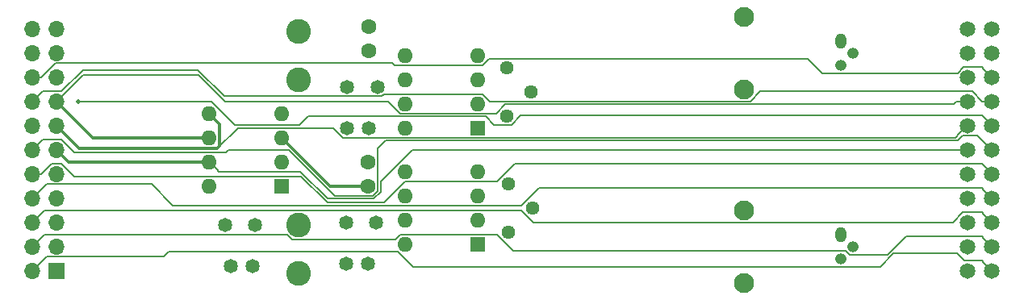
<source format=gbr>
G04 #@! TF.GenerationSoftware,KiCad,Pcbnew,(5.1.2)-1*
G04 #@! TF.CreationDate,2019-11-05T15:06:19-06:00*
G04 #@! TF.ProjectId,optical_digitizer,6f707469-6361-46c5-9f64-69676974697a,rev?*
G04 #@! TF.SameCoordinates,Original*
G04 #@! TF.FileFunction,Copper,L4,Bot*
G04 #@! TF.FilePolarity,Positive*
%FSLAX46Y46*%
G04 Gerber Fmt 4.6, Leading zero omitted, Abs format (unit mm)*
G04 Created by KiCad (PCBNEW (5.1.2)-1) date 2019-11-05 15:06:19*
%MOMM*%
%LPD*%
G04 APERTURE LIST*
%ADD10C,1.485000*%
%ADD11C,1.600000*%
%ADD12O,1.200000X1.200000*%
%ADD13O,1.200000X1.600000*%
%ADD14C,2.100000*%
%ADD15O,1.700000X1.700000*%
%ADD16R,1.700000X1.700000*%
%ADD17C,1.440000*%
%ADD18C,2.600000*%
%ADD19O,1.600000X1.600000*%
%ADD20R,1.600000X1.600000*%
%ADD21C,1.640000*%
%ADD22C,0.508000*%
%ADD23C,0.304800*%
%ADD24C,0.152400*%
G04 APERTURE END LIST*
D10*
X115570000Y-133604000D03*
X113284000Y-133604000D03*
X113284000Y-129286000D03*
X116459000Y-129286000D03*
X113157000Y-147828000D03*
X115443000Y-147828000D03*
X116332000Y-143546001D03*
X113157000Y-143546001D03*
D11*
X115570000Y-125476000D03*
X115570000Y-122976000D03*
X115443000Y-137200000D03*
X115443000Y-139700000D03*
D10*
X103378000Y-148082000D03*
X101092000Y-148082000D03*
X103632000Y-143764000D03*
X100457000Y-143764000D03*
D12*
X165100000Y-127000000D03*
X166370000Y-125730000D03*
D13*
X165100000Y-124460000D03*
D14*
X154940000Y-121920000D03*
X154940000Y-129540000D03*
X154940000Y-149860000D03*
X154940000Y-142240000D03*
D13*
X165100000Y-144780000D03*
D12*
X166370000Y-146050000D03*
X165100000Y-147320000D03*
D15*
X80264000Y-123190000D03*
X82804000Y-123190000D03*
X80264000Y-125730000D03*
X82804000Y-125730000D03*
X80264000Y-128270000D03*
X82804000Y-128270000D03*
X80264000Y-130810000D03*
X82804000Y-130810000D03*
X80264000Y-133350000D03*
X82804000Y-133350000D03*
X80264000Y-135890000D03*
X82804000Y-135890000D03*
X80264000Y-138430000D03*
X82804000Y-138430000D03*
X80264000Y-140970000D03*
X82804000Y-140970000D03*
X80264000Y-143510000D03*
X82804000Y-143510000D03*
X80264000Y-146050000D03*
X82804000Y-146050000D03*
X80264000Y-148590000D03*
D16*
X82804000Y-148590000D03*
D17*
X130048000Y-127254000D03*
X132588000Y-129794000D03*
X130048000Y-132334000D03*
X130175000Y-144526000D03*
X132715000Y-141986000D03*
X130175000Y-139446000D03*
D18*
X108204000Y-123444000D03*
X108204000Y-148844000D03*
X108204000Y-143764000D03*
X108204000Y-128524000D03*
D19*
X119380000Y-133604000D03*
X127000000Y-125984000D03*
X119380000Y-131064000D03*
X127000000Y-128524000D03*
X119380000Y-128524000D03*
X127000000Y-131064000D03*
X119380000Y-125984000D03*
D20*
X127000000Y-133604000D03*
X127000000Y-145796000D03*
D19*
X119380000Y-138176000D03*
X127000000Y-143256000D03*
X119380000Y-140716000D03*
X127000000Y-140716000D03*
X119380000Y-143256000D03*
X127000000Y-138176000D03*
X119380000Y-145796000D03*
X98806000Y-139700000D03*
X106426000Y-132080000D03*
X98806000Y-137160000D03*
X106426000Y-134620000D03*
X98806000Y-134620000D03*
X106426000Y-137160000D03*
X98806000Y-132080000D03*
D20*
X106426000Y-139700000D03*
D21*
X180912000Y-123190000D03*
X178372000Y-123190000D03*
X180912000Y-125730000D03*
X178372000Y-125730000D03*
X180912000Y-128270000D03*
X178372000Y-128270000D03*
X180912000Y-130810000D03*
X178372000Y-130810000D03*
X180912000Y-133350000D03*
X178372000Y-133350000D03*
X180912000Y-135890000D03*
X178372000Y-135890000D03*
X180912000Y-138430000D03*
X178372000Y-138430000D03*
X180912000Y-140970000D03*
X178372000Y-140970000D03*
X180912000Y-143510000D03*
X178372000Y-143510000D03*
X180912000Y-146050000D03*
X178372000Y-146050000D03*
X180912000Y-148590000D03*
X178372000Y-148590000D03*
D22*
X85090000Y-130810000D03*
D23*
X111506000Y-139700000D02*
X106426000Y-134620000D01*
X115443000Y-139700000D02*
X111506000Y-139700000D01*
D24*
X180092001Y-127450001D02*
X180912000Y-128270000D01*
X179863399Y-127221399D02*
X180092001Y-127450001D01*
X177323399Y-127828601D02*
X177930601Y-127221399D01*
X164702271Y-127828601D02*
X177323399Y-127828601D01*
X127493729Y-127012601D02*
X128200931Y-126305399D01*
X118224527Y-127012601D02*
X127493729Y-127012601D01*
X118020527Y-126808601D02*
X118224527Y-127012601D01*
X177930601Y-127221399D02*
X179863399Y-127221399D01*
X82669069Y-126808601D02*
X118020527Y-126808601D01*
X81207670Y-128270000D02*
X82669069Y-126808601D01*
X80264000Y-128270000D02*
X81207670Y-128270000D01*
X161476601Y-126305399D02*
X161611399Y-126305399D01*
X128200931Y-126305399D02*
X161476601Y-126305399D01*
X163134601Y-127828601D02*
X164702271Y-127828601D01*
X161611399Y-126305399D02*
X163134601Y-127828601D01*
X164702271Y-127828601D02*
X164846000Y-127828601D01*
X179923930Y-130810000D02*
X180912000Y-130810000D01*
X155553729Y-130818601D02*
X156610931Y-129761399D01*
X128276931Y-130818601D02*
X155553729Y-130818601D01*
X156610931Y-129761399D02*
X178875329Y-129761399D01*
X117146831Y-130035399D02*
X127493729Y-130035399D01*
X116925129Y-130257101D02*
X117146831Y-130035399D01*
X80264000Y-130810000D02*
X81342601Y-129731399D01*
X81342601Y-129731399D02*
X83321729Y-129731399D01*
X127493729Y-130035399D02*
X128276931Y-130818601D01*
X83321729Y-129731399D02*
X85545128Y-127508000D01*
X178875329Y-129761399D02*
X179923930Y-130810000D01*
X85545128Y-127508000D02*
X97625798Y-127508000D01*
X97625798Y-127508000D02*
X100374899Y-130257101D01*
X100374899Y-130257101D02*
X116925129Y-130257101D01*
X177212345Y-130810000D02*
X178372000Y-130810000D01*
X176898934Y-131123411D02*
X177212345Y-130810000D01*
X129854659Y-131123411D02*
X176898934Y-131123411D01*
X82804000Y-130810000D02*
X85598000Y-128016000D01*
X128885469Y-132092601D02*
X129854659Y-131123411D01*
X85598000Y-128016000D02*
X97702732Y-128016000D01*
X100496732Y-130810000D02*
X117603670Y-130810000D01*
X97702732Y-128016000D02*
X100496732Y-130810000D01*
X117603670Y-130810000D02*
X118886271Y-132092601D01*
X118886271Y-132092601D02*
X128885469Y-132092601D01*
D23*
X98806000Y-134620000D02*
X86614000Y-134620000D01*
X86614000Y-134620000D02*
X82804000Y-130810000D01*
D24*
X127804893Y-132397411D02*
X109791411Y-132397411D01*
X128690083Y-133282601D02*
X127804893Y-132397411D01*
X130503329Y-133282601D02*
X128690083Y-133282601D01*
X131484531Y-132301399D02*
X130503329Y-133282601D01*
X180912000Y-133350000D02*
X179863399Y-132301399D01*
X179863399Y-132301399D02*
X131484531Y-132301399D01*
X101534919Y-133286589D02*
X99058330Y-130810000D01*
X108267411Y-133286589D02*
X101534919Y-133286589D01*
X109791411Y-132397411D02*
X109156589Y-132397411D01*
X109156589Y-132397411D02*
X108267411Y-133286589D01*
X99058330Y-130810000D02*
X85090000Y-130810000D01*
D23*
X83653999Y-134199999D02*
X82804000Y-133350000D01*
X85178801Y-135724801D02*
X83653999Y-134199999D01*
X99666703Y-135724801D02*
X85178801Y-135724801D01*
X99910801Y-135480703D02*
X99666703Y-135724801D01*
X99910801Y-133184801D02*
X99910801Y-135480703D01*
X98806000Y-132080000D02*
X99910801Y-133184801D01*
D24*
X177552001Y-134169999D02*
X178372000Y-133350000D01*
X177089399Y-134632601D02*
X177552001Y-134169999D01*
X112875371Y-134632601D02*
X177089399Y-134632601D01*
X111834169Y-133591399D02*
X112875371Y-134632601D01*
X101800105Y-133591399D02*
X111834169Y-133591399D01*
X99666703Y-135724801D02*
X101800105Y-133591399D01*
X81342601Y-134811399D02*
X83321729Y-134811399D01*
X80264000Y-135890000D02*
X81342601Y-134811399D01*
X83321729Y-134811399D02*
X84641729Y-136131399D01*
X84641729Y-136131399D02*
X100596601Y-136131399D01*
X100838000Y-135890000D02*
X107157172Y-135890000D01*
X100596601Y-136131399D02*
X100838000Y-135890000D01*
X107157172Y-135890000D02*
X107172586Y-135905414D01*
X177868671Y-134398601D02*
X179420601Y-134398601D01*
X180092001Y-135070001D02*
X180912000Y-135890000D01*
X177329862Y-134937410D02*
X177868671Y-134398601D01*
X111995773Y-140728601D02*
X115936729Y-140728601D01*
X107157172Y-135890000D02*
X111995773Y-140728601D01*
X115936729Y-140728601D02*
X116471601Y-140193729D01*
X116471601Y-140193729D02*
X116471601Y-135750399D01*
X116471601Y-135750399D02*
X117284590Y-134937410D01*
X179420601Y-134398601D02*
X180092001Y-135070001D01*
X117284590Y-134937410D02*
X177329862Y-134937410D01*
D23*
X84074000Y-137160000D02*
X82804000Y-135890000D01*
X98806000Y-137160000D02*
X84074000Y-137160000D01*
D24*
X99834601Y-138188601D02*
X99605999Y-137959999D01*
X108393667Y-138188601D02*
X99834601Y-138188601D01*
X111238477Y-141033411D02*
X108393667Y-138188601D01*
X116062985Y-141033411D02*
X111238477Y-141033411D01*
X116776410Y-140319986D02*
X116062985Y-141033411D01*
X116776411Y-139257259D02*
X116776410Y-140319986D01*
X120143670Y-135890000D02*
X116776411Y-139257259D01*
X99605999Y-137959999D02*
X98806000Y-137160000D01*
X178372000Y-135890000D02*
X120143670Y-135890000D01*
X179863399Y-137381399D02*
X180912000Y-138430000D01*
X130835671Y-137381399D02*
X179863399Y-137381399D01*
X119369069Y-139204601D02*
X129012469Y-139204601D01*
X117133879Y-141439791D02*
X119369069Y-139204601D01*
X111213791Y-141439791D02*
X117133879Y-141439791D01*
X80264000Y-138430000D02*
X81207670Y-138430000D01*
X83321729Y-137351399D02*
X84641729Y-138671399D01*
X129012469Y-139204601D02*
X130835671Y-137381399D01*
X81207670Y-138430000D02*
X82286271Y-137351399D01*
X84641729Y-138671399D02*
X108445399Y-138671399D01*
X82286271Y-137351399D02*
X83321729Y-137351399D01*
X108445399Y-138671399D02*
X111213791Y-141439791D01*
X81725399Y-139508601D02*
X92772601Y-139508601D01*
X80264000Y-140970000D02*
X81725399Y-139508601D01*
X180092001Y-140150001D02*
X180912000Y-140970000D01*
X179863399Y-139921399D02*
X180092001Y-140150001D01*
X133375671Y-139921399D02*
X179863399Y-139921399D01*
X131552469Y-141744601D02*
X133375671Y-139921399D01*
X95008601Y-141744601D02*
X131552469Y-141744601D01*
X92772601Y-139508601D02*
X95008601Y-141744601D01*
X179863399Y-142461399D02*
X180092001Y-142690001D01*
X177868671Y-142461399D02*
X179863399Y-142461399D01*
X176811469Y-143518601D02*
X177868671Y-142461399D01*
X180092001Y-142690001D02*
X180912000Y-143510000D01*
X132843671Y-143518601D02*
X176811469Y-143518601D01*
X131552469Y-142227399D02*
X132843671Y-143518601D01*
X81546601Y-142227399D02*
X131552469Y-142227399D01*
X80264000Y-143510000D02*
X81546601Y-142227399D01*
X180092001Y-145230001D02*
X180912000Y-146050000D01*
X170024003Y-146878601D02*
X171901205Y-145001399D01*
X179863399Y-145001399D02*
X180092001Y-145230001D01*
X165972271Y-146878601D02*
X170024003Y-146878601D01*
X165585069Y-146491399D02*
X165972271Y-146878601D01*
X129012469Y-144767399D02*
X130736469Y-146491399D01*
X118886271Y-144767399D02*
X129012469Y-144767399D01*
X118361069Y-145292601D02*
X118886271Y-144767399D01*
X171901205Y-145001399D02*
X179863399Y-145001399D01*
X106957670Y-144780000D02*
X107470271Y-145292601D01*
X107470271Y-145292601D02*
X118361069Y-145292601D01*
X81534000Y-144780000D02*
X106957670Y-144780000D01*
X130736469Y-146491399D02*
X165585069Y-146491399D01*
X80264000Y-146050000D02*
X81534000Y-144780000D01*
X180092001Y-147770001D02*
X180912000Y-148590000D01*
X179863399Y-147541399D02*
X180092001Y-147770001D01*
X178021399Y-147541399D02*
X179863399Y-147541399D01*
X170572271Y-146761399D02*
X177241399Y-146761399D01*
X169185069Y-148148601D02*
X170572271Y-146761399D01*
X120210271Y-148148601D02*
X169185069Y-148148601D01*
X94575670Y-146558000D02*
X118619670Y-146558000D01*
X94005069Y-147128601D02*
X94575670Y-146558000D01*
X118619670Y-146558000D02*
X120210271Y-148148601D01*
X81725399Y-147128601D02*
X94005069Y-147128601D01*
X177241399Y-146761399D02*
X178021399Y-147541399D01*
X80264000Y-148590000D02*
X81725399Y-147128601D01*
M02*

</source>
